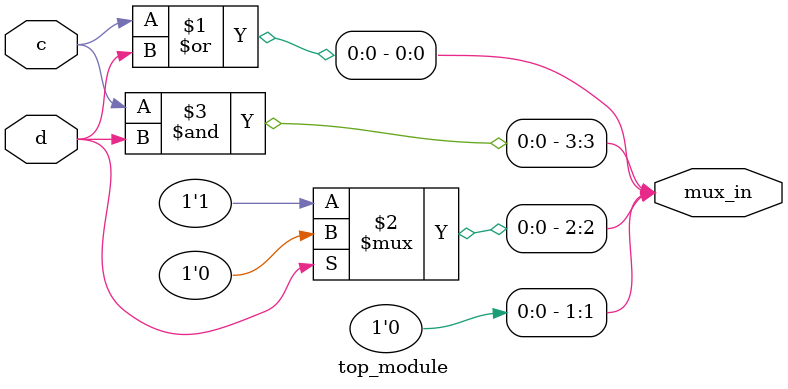
<source format=v>
module top_module (
    input c,
    input d,
    output [3:0] mux_in
); 
    assign mux_in[0] = c|d;
    assign mux_in[1] = 1'b0;
    assign mux_in[2] = d?1'b0:1'b1;
    assign mux_in[3] = c&d;
endmodule
</source>
